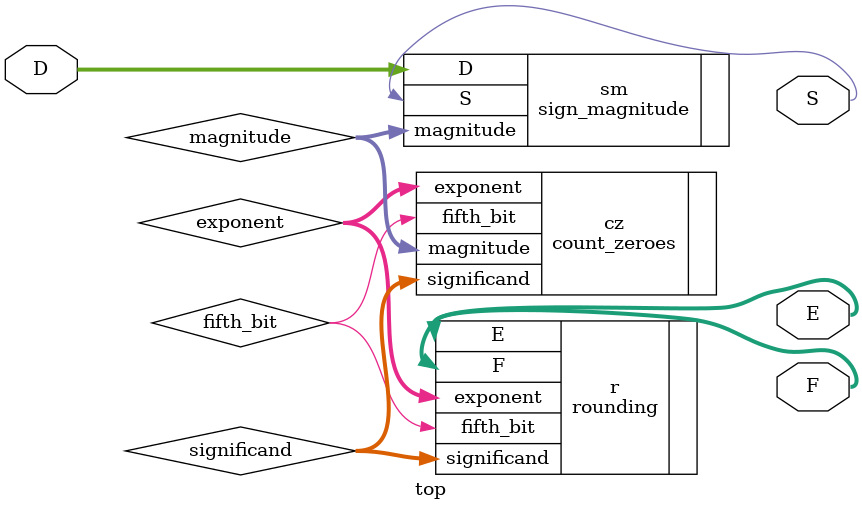
<source format=v>
`timescale 1ns / 1ps
module top(D, S, E, F
    );
	input [11:0] D;
	
	output wire S;
	output wire [2:0] E;
	output wire [3:0] F;
	
	wire [11:0] magnitude;
	
	sign_magnitude sm(
		.D(D), .S(S), .magnitude(magnitude)
	);
	
	wire [2:0] exponent;
	wire [3:0] significand;
	wire fifth_bit;
	
	count_zeroes cz(
		.magnitude(magnitude), .exponent(exponent), .significand(significand), .fifth_bit(fifth_bit)
	);
	
	rounding r(
		.exponent(exponent), .significand(significand), .fifth_bit(fifth_bit), .E(E), .F(F)
	);

endmodule

</source>
